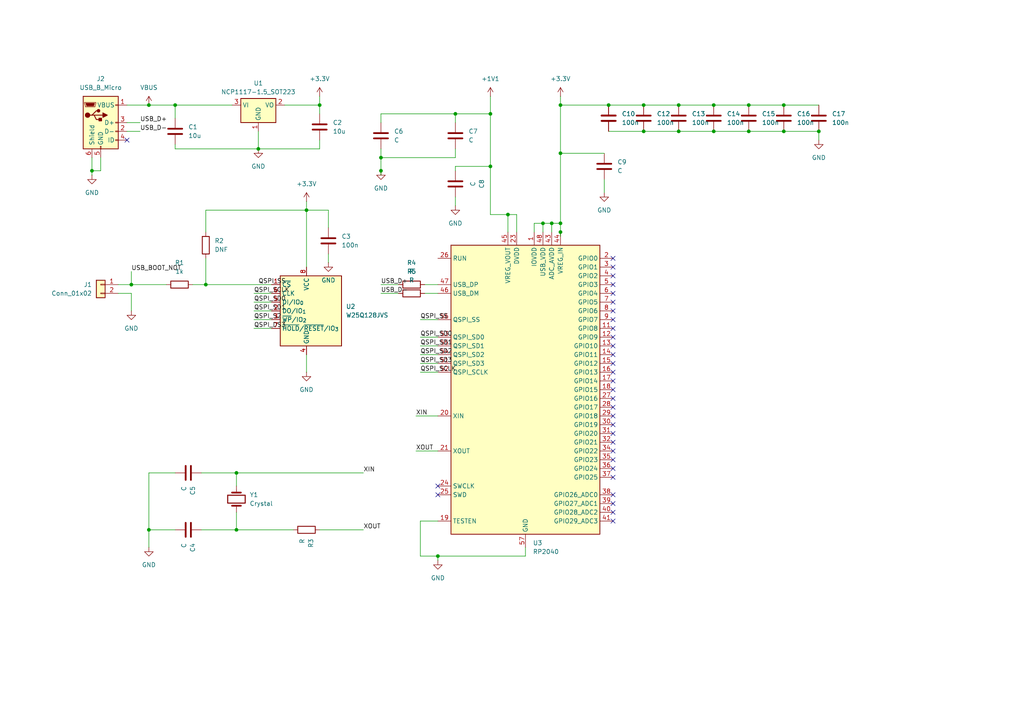
<source format=kicad_sch>
(kicad_sch (version 20250114) (generator "eeschema") (generator_version "9.0")
  (paper "A4")
  (lib_symbols
    (symbol "Connector:USB_B_Micro" (pin_names (offset 1.016))
      (property "Reference" "J" (at -5.08 11.43 0))
      (property "Value" "USB_B_Micro" (at -5.08 8.89 0))
      (symbol "USB_B_Micro_0_1"
        (rectangle (start -5.08 -7.62) (end 5.08 7.62) (stroke (width 0.254)) (fill (type background)))
        (polyline (pts (xy -4.699 5.842) (xy -4.699 5.588) (xy -4.445 4.826) (xy -4.445 4.572) (xy -1.651 4.572) (xy -1.651 4.826) (xy -1.397 5.588) (xy -1.397 5.842) (xy -4.699 5.842)))
        (polyline (pts (xy -4.318 5.588) (xy -1.778 5.588) (xy -2.032 4.826) (xy -4.064 4.826) (xy -4.318 5.588)) (fill (type outline)))
        (circle (center -3.81 2.159) (radius 0.635) (stroke (width 0.254)) (fill (type outline)))
        (polyline (pts (xy -3.175 2.159) (xy -2.54 2.159) (xy -1.27 3.429) (xy -0.635 3.429)) (stroke (width 0.254)))
        (polyline (pts (xy -2.54 2.159) (xy -1.905 2.159) (xy -1.27 0.889) (xy 0 0.889)) (stroke (width 0.254)))
        (polyline (pts (xy -1.905 2.159) (xy 0.635 2.159)) (stroke (width 0.254)))
        (circle (center -0.635 3.429) (radius 0.381) (stroke (width 0.254)) (fill (type outline)))
        (rectangle (start -0.127 -7.62) (end 0.127 -6.858))
        (rectangle (start 0.254 1.27) (end -0.508 0.508) (stroke (width 0.254)) (fill (type outline)))
        (polyline (pts (xy 0.635 2.794) (xy 0.635 1.524) (xy 1.905 2.159) (xy 0.635 2.794)) (stroke (width 0.254)) (fill (type outline)))
        (rectangle (start 5.08 4.953) (end 4.318 5.207))
        (rectangle (start 5.08 -0.127) (end 4.318 0.127))
        (rectangle (start 5.08 -2.667) (end 4.318 -2.413))
        (rectangle (start 5.08 -5.207) (end 4.318 -4.953))
      )
      (symbol "USB_B_Micro_1_1"
        (pin passive line (at -2.54 -10.16 90) (length 2.54) (name "Shield") (number "6"))
        (pin power_out line (at 0 -10.16 90) (length 2.54) (name "GND") (number "5"))
        (pin power_out line (at 7.62 5.08 180) (length 2.54) (name "VBUS") (number "1"))
        (pin bidirectional line (at 7.62 0 180) (length 2.54) (name "D+") (number "3"))
        (pin bidirectional line (at 7.62 -2.54 180) (length 2.54) (name "D-") (number "2"))
        (pin passive line (at 7.62 -5.08 180) (length 2.54) (name "ID") (number "4"))
      )
    )
    (symbol "Connector_Generic:Conn_01x02" (pin_names (offset 1.016) (hide yes))
      (property "Reference" "J" (at 0 2.54 0))
      (property "Value" "Conn_01x02" (at 0 -5.08 0))
      (symbol "Conn_01x02_1_1"
        (rectangle (start -1.27 1.27) (end 1.27 -3.81) (stroke (width 0.254)) (fill (type background)))
        (rectangle (start -1.27 0.127) (end 0 -0.127) (stroke (width 0.1524)))
        (rectangle (start -1.27 -2.413) (end 0 -2.667) (stroke (width 0.1524)))
        (pin passive line (at -5.08 0 0) (length 3.81) (name "Pin_1") (number "1"))
        (pin passive line (at -5.08 -2.54 0) (length 3.81) (name "Pin_2") (number "2"))
      )
    )
    (symbol "Device:C" (pin_numbers (hide yes)) (pin_names (offset 0.254))
      (property "Reference" "C" (at 0.635 2.54 0))
      (property "Value" "C" (at 0.635 -2.54 0))
      (symbol "C_0_1"
        (polyline (pts (xy -2.032 0.762) (xy 2.032 0.762)) (stroke (width 0.508)))
        (polyline (pts (xy -2.032 -0.762) (xy 2.032 -0.762)) (stroke (width 0.508)))
      )
      (symbol "C_1_1"
        (pin passive line (at 0 3.81 270) (length 2.794) (name "~") (number "1"))
        (pin passive line (at 0 -3.81 90) (length 2.794) (name "~") (number "2"))
      )
    )
    (symbol "Device:Crystal" (pin_numbers (hide yes)) (pin_names (offset 1.016) (hide yes))
      (property "Reference" "Y" (at 0 3.81 0))
      (property "Value" "Crystal" (at 0 -3.81 0))
      (symbol "Crystal_0_1"
        (polyline (pts (xy -2.54 0) (xy -1.905 0)))
        (polyline (pts (xy -1.905 -1.27) (xy -1.905 1.27)) (stroke (width 0.508)))
        (rectangle (start -1.143 2.54) (end 1.143 -2.54) (stroke (width 0.3048)))
        (polyline (pts (xy 1.905 -1.27) (xy 1.905 1.27)) (stroke (width 0.508)))
        (polyline (pts (xy 2.54 0) (xy 1.905 0)))
      )
      (symbol "Crystal_1_1"
        (pin passive line (at -3.81 0 0) (length 1.27) (name "1") (number "1"))
        (pin passive line (at 3.81 0 180) (length 1.27) (name "2") (number "2"))
      )
    )
    (symbol "Device:R" (pin_numbers (hide yes)) (pin_names (offset 0))
      (property "Reference" "R" (at 2.032 0 90))
      (property "Value" "R" (at 0 0 90))
      (symbol "R_0_1"
        (rectangle (start -1.016 -2.54) (end 1.016 2.54) (stroke (width 0.254)))
      )
      (symbol "R_1_1"
        (pin passive line (at 0 3.81 270) (length 1.27) (name "~") (number "1"))
        (pin passive line (at 0 -3.81 90) (length 1.27) (name "~") (number "2"))
      )
    )
    (symbol "MCU_RaspberryPi:RP2040"
      (property "Reference" "U" (at 17.78 45.72 0))
      (property "Value" "RP2040" (at 17.78 43.18 0))
      (symbol "RP2040_0_1"
        (rectangle (start -21.59 41.91) (end 21.59 -41.91) (stroke (width 0.254)) (fill (type background)))
      )
      (symbol "RP2040_1_1"
        (pin input line (at -25.4 38.1 0) (length 3.81) (name "RUN") (number "26"))
        (pin bidirectional line (at -25.4 30.48 0) (length 3.81) (name "USB_DP") (number "47"))
        (pin bidirectional line (at -25.4 27.94 0) (length 3.81) (name "USB_DM") (number "46"))
        (pin bidirectional line (at -25.4 20.32 0) (length 3.81) (name "QSPI_SS") (number "56"))
        (pin bidirectional line (at -25.4 15.24 0) (length 3.81) (name "QSPI_SD0") (number "53"))
        (pin bidirectional line (at -25.4 12.7 0) (length 3.81) (name "QSPI_SD1") (number "55"))
        (pin bidirectional line (at -25.4 10.16 0) (length 3.81) (name "QSPI_SD2") (number "54"))
        (pin bidirectional line (at -25.4 7.62 0) (length 3.81) (name "QSPI_SD3") (number "51"))
        (pin output line (at -25.4 5.08 0) (length 3.81) (name "QSPI_SCLK") (number "52"))
        (pin input line (at -25.4 -7.62 0) (length 3.81) (name "XIN") (number "20"))
        (pin passive line (at -25.4 -17.78 0) (length 3.81) (name "XOUT") (number "21"))
        (pin input line (at -25.4 -27.94 0) (length 3.81) (name "SWCLK") (number "24"))
        (pin bidirectional line (at -25.4 -30.48 0) (length 3.81) (name "SWD") (number "25"))
        (pin input line (at -25.4 -38.1 0) (length 3.81) (name "TESTEN") (number "19"))
        (pin power_out line (at -5.08 45.72 270) (length 3.81) (name "VREG_VOUT") (number "45"))
        (pin power_in line (at -2.54 45.72 270) (length 3.81) (name "DVDD") (number "23"))
        (pin passive line (at -2.54 45.72 270) (length 3.81) (hide yes) (name "DVDD") (number "50"))
        (pin power_in line (at 0 -45.72 90) (length 3.81) (name "GND") (number "57"))
        (pin power_in line (at 2.54 45.72 270) (length 3.81) (name "IOVDD") (number "1"))
        (pin passive line (at 2.54 45.72 270) (length 3.81) (hide yes) (name "IOVDD") (number "10"))
        (pin passive line (at 2.54 45.72 270) (length 3.81) (hide yes) (name "IOVDD") (number "22"))
        (pin passive line (at 2.54 45.72 270) (length 3.81) (hide yes) (name "IOVDD") (number "33"))
        (pin passive line (at 2.54 45.72 270) (length 3.81) (hide yes) (name "IOVDD") (number "42"))
        (pin passive line (at 2.54 45.72 270) (length 3.81) (hide yes) (name "IOVDD") (number "49"))
        (pin power_in line (at 5.08 45.72 270) (length 3.81) (name "USB_VDD") (number "48"))
        (pin power_in line (at 7.62 45.72 270) (length 3.81) (name "ADC_AVDD") (number "43"))
        (pin power_in line (at 10.16 45.72 270) (length 3.81) (name "VREG_IN") (number "44"))
        (pin bidirectional line (at 25.4 38.1 180) (length 3.81) (name "GPIO0") (number "2"))
        (pin bidirectional line (at 25.4 35.56 180) (length 3.81) (name "GPIO1") (number "3"))
        (pin bidirectional line (at 25.4 33.02 180) (length 3.81) (name "GPIO2") (number "4"))
        (pin bidirectional line (at 25.4 30.48 180) (length 3.81) (name "GPIO3") (number "5"))
        (pin bidirectional line (at 25.4 27.94 180) (length 3.81) (name "GPIO4") (number "6"))
        (pin bidirectional line (at 25.4 25.4 180) (length 3.81) (name "GPIO5") (number "7"))
        (pin bidirectional line (at 25.4 22.86 180) (length 3.81) (name "GPIO6") (number "8"))
        (pin bidirectional line (at 25.4 20.32 180) (length 3.81) (name "GPIO7") (number "9"))
        (pin bidirectional line (at 25.4 17.78 180) (length 3.81) (name "GPIO8") (number "11"))
        (pin bidirectional line (at 25.4 15.24 180) (length 3.81) (name "GPIO9") (number "12"))
        (pin bidirectional line (at 25.4 12.7 180) (length 3.81) (name "GPIO10") (number "13"))
        (pin bidirectional line (at 25.4 10.16 180) (length 3.81) (name "GPIO11") (number "14"))
        (pin bidirectional line (at 25.4 7.62 180) (length 3.81) (name "GPIO12") (number "15"))
        (pin bidirectional line (at 25.4 5.08 180) (length 3.81) (name "GPIO13") (number "16"))
        (pin bidirectional line (at 25.4 2.54 180) (length 3.81) (name "GPIO14") (number "17"))
        (pin bidirectional line (at 25.4 0 180) (length 3.81) (name "GPIO15") (number "18"))
        (pin bidirectional line (at 25.4 -2.54 180) (length 3.81) (name "GPIO16") (number "27"))
        (pin bidirectional line (at 25.4 -5.08 180) (length 3.81) (name "GPIO17") (number "28"))
        (pin bidirectional line (at 25.4 -7.62 180) (length 3.81) (name "GPIO18") (number "29"))
        (pin bidirectional line (at 25.4 -10.16 180) (length 3.81) (name "GPIO19") (number "30"))
        (pin bidirectional line (at 25.4 -12.7 180) (length 3.81) (name "GPIO20") (number "31"))
        (pin bidirectional line (at 25.4 -15.24 180) (length 3.81) (name "GPIO21") (number "32"))
        (pin bidirectional line (at 25.4 -17.78 180) (length 3.81) (name "GPIO22") (number "34"))
        (pin bidirectional line (at 25.4 -20.32 180) (length 3.81) (name "GPIO23") (number "35"))
        (pin bidirectional line (at 25.4 -22.86 180) (length 3.81) (name "GPIO24") (number "36"))
        (pin bidirectional line (at 25.4 -25.4 180) (length 3.81) (name "GPIO25") (number "37"))
        (pin bidirectional line (at 25.4 -30.48 180) (length 3.81) (name "GPIO26_ADC0") (number "38"))
        (pin bidirectional line (at 25.4 -33.02 180) (length 3.81) (name "GPIO27_ADC1") (number "39"))
        (pin bidirectional line (at 25.4 -35.56 180) (length 3.81) (name "GPIO28_ADC2") (number "40"))
        (pin bidirectional line (at 25.4 -38.1 180) (length 3.81) (name "GPIO29_ADC3") (number "41"))
      )
    )
    (symbol "Memory_Flash:W25Q128JVS"
      (property "Reference" "U" (at -6.35 11.43 0))
      (property "Value" "W25Q128JVS" (at 7.62 11.43 0))
      (symbol "W25Q128JVS_0_1"
        (rectangle (start -7.62 10.16) (end 10.16 -10.16) (stroke (width 0.254)) (fill (type background)))
      )
      (symbol "W25Q128JVS_1_1"
        (pin input line (at -10.16 7.62 0) (length 2.54) (name "~{CS}") (number "1"))
        (pin input line (at -10.16 5.08 0) (length 2.54) (name "CLK") (number "6"))
        (pin bidirectional line (at -10.16 2.54 0) (length 2.54) (name "DI/IO_{0}") (number "5"))
        (pin bidirectional line (at -10.16 0 0) (length 2.54) (name "DO/IO_{1}") (number "2"))
        (pin bidirectional line (at -10.16 -2.54 0) (length 2.54) (name "~{WP}/IO_{2}") (number "3"))
        (pin bidirectional line (at -10.16 -5.08 0) (length 2.54) (name "~{HOLD}/~{RESET}/IO_{3}") (number "7"))
        (pin power_in line (at 0 12.7 270) (length 2.54) (name "VCC") (number "8"))
        (pin power_in line (at 0 -12.7 90) (length 2.54) (name "GND") (number "4"))
      )
    )
    (symbol "Regulator_Linear:NCP1117-1.5_SOT223"
      (property "Reference" "U" (at -3.81 3.175 0))
      (property "Value" "NCP1117-1.5_SOT223" (at 0 3.175 0))
      (symbol "NCP1117-1.5_SOT223_0_1"
        (rectangle (start -5.08 -5.08) (end 5.08 1.905) (stroke (width 0.254)) (fill (type background)))
      )
      (symbol "NCP1117-1.5_SOT223_1_1"
        (pin power_in line (at -7.62 0 0) (length 2.54) (name "VI") (number "3"))
        (pin power_in line (at 0 -7.62 90) (length 2.54) (name "GND") (number "1"))
        (pin power_out line (at 7.62 0 180) (length 2.54) (name "VO") (number "2"))
      )
    )
    (symbol "power:+1V1" (power) (pin_numbers (hide yes)) (pin_names (offset 0) (hide yes))
      (property "Value" "+1V1" (at 0 3.556 0))
      (symbol "+1V1_0_1"
        (polyline (pts (xy -0.762 1.27) (xy 0 2.54)))
        (polyline (pts (xy 0 2.54) (xy 0.762 1.27)))
        (polyline (pts (xy 0 0) (xy 0 2.54)))
      )
      (symbol "+1V1_1_1"
        (pin power_in line (at 0 0 90) (length 0) (name "~") (number "1"))
      )
    )
    (symbol "power:+3.3V" (power) (pin_numbers (hide yes)) (pin_names (offset 0) (hide yes))
      (property "Value" "+3.3V" (at 0 3.556 0))
      (symbol "+3.3V_0_1"
        (polyline (pts (xy -0.762 1.27) (xy 0 2.54)))
        (polyline (pts (xy 0 2.54) (xy 0.762 1.27)))
        (polyline (pts (xy 0 0) (xy 0 2.54)))
      )
      (symbol "+3.3V_1_1"
        (pin power_in line (at 0 0 90) (length 0) (name "~") (number "1"))
      )
    )
    (symbol "power:GND" (power) (pin_numbers (hide yes)) (pin_names (offset 0) (hide yes))
      (property "Value" "GND" (at 0 -3.81 0))
      (symbol "GND_0_1"
        (polyline (pts (xy 0 0) (xy 0 -1.27) (xy 1.27 -1.27) (xy 0 -2.54) (xy -1.27 -1.27) (xy 0 -1.27)))
      )
      (symbol "GND_1_1"
        (pin power_in line (at 0 0 270) (length 0) (name "~") (number "1"))
      )
    )
    (symbol "power:VBUS" (power) (pin_numbers (hide yes)) (pin_names (offset 0) (hide yes))
      (property "Value" "VBUS" (at 0 3.556 0))
      (symbol "VBUS_0_1"
        (polyline (pts (xy -0.762 1.27) (xy 0 2.54)))
        (polyline (pts (xy 0 2.54) (xy 0.762 1.27)))
        (polyline (pts (xy 0 0) (xy 0 2.54)))
      )
      (symbol "VBUS_1_1"
        (pin power_in line (at 0 0 90) (length 0) (name "~") (number "1"))
      )
    )
  )
  (junction (at 157.48 64.77))
  (junction (at 59.69 82.55))
  (junction (at 186.69 30.48))
  (junction (at 92.71 30.48))
  (junction (at 217.17 30.48))
  (junction (at 74.93 43.18))
  (junction (at 162.56 44.45))
  (junction (at 227.33 30.48))
  (junction (at 160.02 64.77))
  (junction (at 142.24 48.26))
  (junction (at 43.18 30.48))
  (junction (at 110.49 45.72))
  (junction (at 186.69 38.1))
  (junction (at 26.67 49.53))
  (junction (at 88.9 60.96))
  (junction (at 196.85 38.1))
  (junction (at 162.56 67.31))
  (junction (at 132.08 33.02))
  (junction (at 217.17 38.1))
  (junction (at 50.8 30.48))
  (junction (at 196.85 30.48))
  (junction (at 110.49 49.53))
  (junction (at 207.01 30.48))
  (junction (at 176.53 30.48))
  (junction (at 68.58 137.16))
  (junction (at 207.01 38.1))
  (junction (at 38.1 82.55))
  (junction (at 68.58 153.67))
  (junction (at 162.56 64.77))
  (junction (at 43.18 153.67))
  (junction (at 147.32 62.23))
  (junction (at 237.49 38.1))
  (junction (at 227.33 38.1))
  (junction (at 127 161.29))
  (junction (at 142.24 33.02))
  (junction (at 162.56 30.48))
  (no_connect (at 177.8 85.09))
  (no_connect (at 177.8 146.05))
  (no_connect (at 177.8 125.73))
  (no_connect (at 177.8 74.93))
  (no_connect (at 177.8 87.63))
  (no_connect (at 177.8 92.71))
  (no_connect (at 177.8 77.47))
  (no_connect (at 177.8 95.25))
  (no_connect (at 177.8 107.95))
  (no_connect (at 177.8 148.59))
  (no_connect (at 177.8 143.51))
  (no_connect (at 177.8 90.17))
  (no_connect (at 177.8 138.43))
  (no_connect (at 177.8 151.13))
  (no_connect (at 177.8 133.35))
  (no_connect (at 177.8 135.89))
  (no_connect (at 177.8 113.03))
  (no_connect (at 177.8 123.19))
  (no_connect (at 177.8 80.01))
  (no_connect (at 177.8 82.55))
  (no_connect (at 177.8 102.87))
  (no_connect (at 177.8 97.79))
  (no_connect (at 127 143.51))
  (no_connect (at 177.8 128.27))
  (no_connect (at 177.8 118.11))
  (no_connect (at 177.8 130.81))
  (no_connect (at 177.8 120.65))
  (no_connect (at 127 140.97))
  (no_connect (at 177.8 115.57))
  (no_connect (at 177.8 100.33))
  (no_connect (at 177.8 110.49))
  (no_connect (at 177.8 105.41))
  (no_connect (at 36.83 40.64))
  (wire (pts (xy 50.8 30.48) (xy 50.8 34.29)))
  (wire (pts (xy 120.65 120.65) (xy 127 120.65)))
  (wire (pts (xy 196.85 30.48) (xy 207.01 30.48)))
  (wire (pts (xy 36.83 38.1) (xy 40.64 38.1)))
  (wire (pts (xy 175.26 52.07) (xy 175.26 55.88)))
  (wire (pts (xy 123.19 82.55) (xy 127 82.55)))
  (wire (pts (xy 36.83 35.56) (xy 40.64 35.56)))
  (wire (pts (xy 110.49 82.55) (xy 115.57 82.55)))
  (wire (pts (xy 43.18 153.67) (xy 43.18 137.16)))
  (wire (pts (xy 121.92 102.87) (xy 127 102.87)))
  (wire (pts (xy 217.17 38.1) (xy 227.33 38.1)))
  (wire (pts (xy 74.93 43.18) (xy 92.71 43.18)))
  (wire (pts (xy 43.18 30.48) (xy 50.8 30.48)))
  (wire (pts (xy 147.32 62.23) (xy 142.24 62.23)))
  (wire (pts (xy 43.18 153.67) (xy 50.8 153.67)))
  (wire (pts (xy 186.69 30.48) (xy 196.85 30.48)))
  (wire (pts (xy 176.53 30.48) (xy 186.69 30.48)))
  (wire (pts (xy 110.49 85.09) (xy 115.57 85.09)))
  (wire (pts (xy 50.8 41.91) (xy 50.8 43.18)))
  (wire (pts (xy 142.24 48.26) (xy 132.08 48.26)))
  (wire (pts (xy 121.92 100.33) (xy 127 100.33)))
  (wire (pts (xy 217.17 30.48) (xy 227.33 30.48)))
  (wire (pts (xy 160.02 64.77) (xy 160.02 67.31)))
  (wire (pts (xy 74.93 43.18) (xy 50.8 43.18)))
  (wire (pts (xy 110.49 49.53) (xy 110.49 50.8)))
  (wire (pts (xy 132.08 57.15) (xy 132.08 59.69)))
  (wire (pts (xy 29.21 45.72) (xy 29.21 49.53)))
  (wire (pts (xy 142.24 62.23) (xy 142.24 48.26)))
  (wire (pts (xy 92.71 27.94) (xy 92.71 30.48)))
  (wire (pts (xy 157.48 64.77) (xy 160.02 64.77)))
  (wire (pts (xy 34.29 85.09) (xy 38.1 85.09)))
  (wire (pts (xy 152.4 158.75) (xy 152.4 161.29)))
  (wire (pts (xy 95.25 60.96) (xy 95.25 66.04)))
  (wire (pts (xy 147.32 62.23) (xy 147.32 67.31)))
  (wire (pts (xy 227.33 30.48) (xy 237.49 30.48)))
  (wire (pts (xy 121.92 107.95) (xy 127 107.95)))
  (wire (pts (xy 43.18 137.16) (xy 50.8 137.16)))
  (wire (pts (xy 50.8 30.48) (xy 67.31 30.48)))
  (wire (pts (xy 127 161.29) (xy 121.92 161.29)))
  (wire (pts (xy 73.66 85.09) (xy 78.74 85.09)))
  (wire (pts (xy 132.08 33.02) (xy 132.08 35.56)))
  (wire (pts (xy 88.9 102.87) (xy 88.9 107.95)))
  (wire (pts (xy 110.49 45.72) (xy 110.49 49.53)))
  (wire (pts (xy 68.58 137.16) (xy 68.58 140.97)))
  (wire (pts (xy 59.69 60.96) (xy 88.9 60.96)))
  (wire (pts (xy 36.83 30.48) (xy 43.18 30.48)))
  (wire (pts (xy 43.18 158.75) (xy 43.18 153.67)))
  (wire (pts (xy 162.56 64.77) (xy 162.56 67.31)))
  (wire (pts (xy 110.49 33.02) (xy 110.49 35.56)))
  (wire (pts (xy 186.69 38.1) (xy 196.85 38.1)))
  (wire (pts (xy 207.01 30.48) (xy 217.17 30.48)))
  (wire (pts (xy 59.69 74.93) (xy 59.69 82.55)))
  (wire (pts (xy 34.29 82.55) (xy 38.1 82.55)))
  (wire (pts (xy 121.92 92.71) (xy 127 92.71)))
  (wire (pts (xy 121.92 161.29) (xy 121.92 151.13)))
  (wire (pts (xy 152.4 161.29) (xy 127 161.29)))
  (wire (pts (xy 196.85 38.1) (xy 207.01 38.1)))
  (wire (pts (xy 162.56 30.48) (xy 176.53 30.48)))
  (wire (pts (xy 154.94 64.77) (xy 157.48 64.77)))
  (wire (pts (xy 127 161.29) (xy 127 162.56)))
  (wire (pts (xy 38.1 85.09) (xy 38.1 90.17)))
  (wire (pts (xy 121.92 105.41) (xy 127 105.41)))
  (wire (pts (xy 110.49 45.72) (xy 132.08 45.72)))
  (wire (pts (xy 132.08 33.02) (xy 110.49 33.02)))
  (wire (pts (xy 157.48 64.77) (xy 157.48 67.31)))
  (wire (pts (xy 149.86 67.31) (xy 149.86 62.23)))
  (wire (pts (xy 73.66 95.25) (xy 78.74 95.25)))
  (wire (pts (xy 123.19 85.09) (xy 127 85.09)))
  (wire (pts (xy 38.1 78.74) (xy 38.1 82.55)))
  (wire (pts (xy 74.93 38.1) (xy 74.93 43.18)))
  (wire (pts (xy 110.49 43.18) (xy 110.49 45.72)))
  (wire (pts (xy 142.24 48.26) (xy 142.24 33.02)))
  (wire (pts (xy 55.88 82.55) (xy 59.69 82.55)))
  (wire (pts (xy 58.42 153.67) (xy 68.58 153.67)))
  (wire (pts (xy 162.56 30.48) (xy 162.56 44.45)))
  (wire (pts (xy 88.9 60.96) (xy 95.25 60.96)))
  (wire (pts (xy 237.49 38.1) (xy 227.33 38.1)))
  (wire (pts (xy 38.1 82.55) (xy 48.26 82.55)))
  (wire (pts (xy 237.49 38.1) (xy 237.49 40.64)))
  (wire (pts (xy 121.92 97.79) (xy 127 97.79)))
  (wire (pts (xy 95.25 73.66) (xy 95.25 76.2)))
  (wire (pts (xy 73.66 92.71) (xy 78.74 92.71)))
  (wire (pts (xy 73.66 87.63) (xy 78.74 87.63)))
  (wire (pts (xy 176.53 38.1) (xy 186.69 38.1)))
  (wire (pts (xy 142.24 33.02) (xy 142.24 27.94)))
  (wire (pts (xy 162.56 27.94) (xy 162.56 30.48)))
  (wire (pts (xy 26.67 49.53) (xy 26.67 50.8)))
  (wire (pts (xy 142.24 33.02) (xy 132.08 33.02)))
  (wire (pts (xy 92.71 30.48) (xy 92.71 33.02)))
  (wire (pts (xy 88.9 58.42) (xy 88.9 60.96)))
  (wire (pts (xy 162.56 44.45) (xy 162.56 64.77)))
  (wire (pts (xy 82.55 30.48) (xy 92.71 30.48)))
  (wire (pts (xy 207.01 38.1) (xy 217.17 38.1)))
  (wire (pts (xy 59.69 82.55) (xy 78.74 82.55)))
  (wire (pts (xy 59.69 67.31) (xy 59.69 60.96)))
  (wire (pts (xy 132.08 48.26) (xy 132.08 49.53)))
  (wire (pts (xy 132.08 45.72) (xy 132.08 43.18)))
  (wire (pts (xy 121.92 151.13) (xy 127 151.13)))
  (wire (pts (xy 154.94 67.31) (xy 154.94 64.77)))
  (wire (pts (xy 26.67 45.72) (xy 26.67 49.53)))
  (wire (pts (xy 162.56 44.45) (xy 175.26 44.45)))
  (wire (pts (xy 92.71 40.64) (xy 92.71 43.18)))
  (wire (pts (xy 73.66 90.17) (xy 78.74 90.17)))
  (wire (pts (xy 149.86 62.23) (xy 147.32 62.23)))
  (wire (pts (xy 68.58 148.59) (xy 68.58 153.67)))
  (wire (pts (xy 68.58 153.67) (xy 85.09 153.67)))
  (wire (pts (xy 92.71 153.67) (xy 105.41 153.67)))
  (wire (pts (xy 162.56 67.31) (xy 162.56 68.58)))
  (wire (pts (xy 160.02 64.77) (xy 162.56 64.77)))
  (wire (pts (xy 58.42 137.16) (xy 68.58 137.16)))
  (wire (pts (xy 29.21 49.53) (xy 26.67 49.53)))
  (wire (pts (xy 68.58 137.16) (xy 105.41 137.16)))
  (wire (pts (xy 120.65 130.81) (xy 127 130.81)))
  (wire (pts (xy 88.9 60.96) (xy 88.9 77.47)))
  (label "QSPI_SCLK" (at 121.92 107.95 0))
  (label "USB_D-" (at 110.49 85.09 0))
  (label "QSPI_SD2" (at 121.92 102.87 0))
  (label "QSPI_SD1" (at 121.92 100.33 0))
  (label "QSPI_DS3" (at 73.66 95.25 0))
  (label "QSPI_SCLK" (at 73.66 85.09 0))
  (label "XIN" (at 120.65 120.65 0))
  (label "XOUT" (at 105.41 153.67 0))
  (label "USB_D-" (at 40.64 38.1 0))
  (label "QSPI_SD0" (at 73.66 87.63 0))
  (label "USB_BOOT_NOT" (at 38.1 78.74 0))
  (label "QSPI_SD0" (at 121.92 97.79 0))
  (label "QSPI_S2" (at 73.66 92.71 0))
  (label "QSPI_SD1" (at 73.66 90.17 0))
  (label "XIN" (at 105.41 137.16 0))
  (label "USB_D+" (at 40.64 35.56 0))
  (label "QSPI_SD3" (at 121.92 105.41 0))
  (label "XOUT" (at 120.65 130.81 0))
  (label "USB_D+" (at 110.49 82.55 0))
  (label "QSPI_SS" (at 74.93 82.55 0))
  (label "QSPI_SS" (at 121.92 92.71 0))
  (symbol (lib_id "power:+1V1") (at 142.24 27.94 0) (unit 1)
    (property "Reference" "#PWR012" (effects (hide yes)))
    (property "Value" "+1V1" (at 142.24 22.86 0))
    (property "Description" "Power symbol creates a global label with name \"+1V1\"" (effects (hide yes)))
  )
  (symbol (lib_id "power:GND") (at 127 162.56 0) (unit 1)
    (property "Reference" "#PWR016" (effects (hide yes)))
    (property "Value" "GND" (at 127 167.64 0))
    (property "Description" "Power symbol creates a global label with name \"GND\" , ground" (effects (hide yes)))
  )
  (symbol (lib_id "Device:C") (at 186.69 34.29 0) (unit 1)
    (property "Reference" "C12" (at 190.5 33.0199 0) (effects (justify left)))
    (property "Value" "100n" (at 190.5 35.5599 0) (effects (justify left)))
    (property "Description" "Unpolarized capacitor" (effects (hide yes)))
  )
  (symbol (lib_id "Device:C") (at 132.08 53.34 180) (unit 1)
    (property "Reference" "C8" (at 139.7 53.34 90))
    (property "Value" "C" (at 137.16 53.34 90))
    (property "Description" "Unpolarized capacitor" (effects (hide yes)))
  )
  (symbol (lib_id "Device:C") (at 132.08 39.37 0) (unit 1)
    (property "Reference" "C7" (at 135.89 38.0999 0) (effects (justify left)))
    (property "Value" "C" (at 135.89 40.6399 0) (effects (justify left)))
    (property "Description" "Unpolarized capacitor" (effects (hide yes)))
  )
  (symbol (lib_id "Device:C") (at 207.01 34.29 0) (unit 1)
    (property "Reference" "C14" (at 210.82 33.0199 0) (effects (justify left)))
    (property "Value" "100n" (at 210.82 35.5599 0) (effects (justify left)))
    (property "Description" "Unpolarized capacitor" (effects (hide yes)))
  )
  (symbol (lib_id "Device:R") (at 119.38 85.09 270) (unit 1)
    (property "Reference" "R5" (at 119.38 78.74 90))
    (property "Value" "R" (at 119.38 81.28 90))
    (property "Description" "Resistor" (effects (hide yes)))
  )
  (symbol (lib_id "power:GND") (at 175.26 55.88 0) (unit 1)
    (property "Reference" "#PWR013" (effects (hide yes)))
    (property "Value" "GND" (at 175.26 60.96 0))
    (property "Description" "Power symbol creates a global label with name \"GND\" , ground" (effects (hide yes)))
  )
  (symbol (lib_id "Device:C") (at 54.61 153.67 270) (unit 1)
    (property "Reference" "C4" (at 55.8801 157.48 0) (effects (justify left)))
    (property "Value" "C" (at 53.3401 157.48 0) (effects (justify left)))
    (property "Description" "Unpolarized capacitor" (effects (hide yes)))
  )
  (symbol (lib_id "power:GND") (at 38.1 90.17 0) (unit 1)
    (property "Reference" "#PWR05" (effects (hide yes)))
    (property "Value" "GND" (at 38.1 95.25 0))
    (property "Description" "Power symbol creates a global label with name \"GND\" , ground" (effects (hide yes)))
  )
  (symbol (lib_id "Device:C") (at 196.85 34.29 0) (unit 1)
    (property "Reference" "C13" (at 200.66 33.0199 0) (effects (justify left)))
    (property "Value" "100n" (at 200.66 35.5599 0) (effects (justify left)))
    (property "Description" "Unpolarized capacitor" (effects (hide yes)))
  )
  (symbol (lib_id "Device:R") (at 59.69 71.12 0) (unit 1)
    (property "Reference" "R2" (at 62.23 69.8499 0) (effects (justify left)))
    (property "Value" "DNF" (at 62.23 72.3899 0) (effects (justify left)))
    (property "Description" "Resistor" (effects (hide yes)))
  )
  (symbol (lib_id "Device:C") (at 237.49 34.29 0) (unit 1)
    (property "Reference" "C17" (at 241.3 33.0199 0) (effects (justify left)))
    (property "Value" "100n" (at 241.3 35.5599 0) (effects (justify left)))
    (property "Description" "Unpolarized capacitor" (effects (hide yes)))
  )
  (symbol (lib_id "Connector:USB_B_Micro") (at 29.21 35.56 0) (unit 1)
    (property "Reference" "J2" (at 29.21 22.86 0))
    (property "Value" "USB_B_Micro" (at 29.21 25.4 0))
    (property "Description" "USB Micro Type B connector" (effects (hide yes)))
  )
  (symbol (lib_id "Device:C") (at 54.61 137.16 270) (unit 1)
    (property "Reference" "C5" (at 55.8801 140.97 0) (effects (justify left)))
    (property "Value" "C" (at 53.3401 140.97 0) (effects (justify left)))
    (property "Description" "Unpolarized capacitor" (effects (hide yes)))
  )
  (symbol (lib_id "Device:Crystal") (at 68.58 144.78 90) (unit 1)
    (property "Reference" "Y1" (at 72.39 143.5099 90) (effects (justify right)))
    (property "Value" "Crystal" (at 72.39 146.0499 90) (effects (justify right)))
    (property "Description" "Two pin crystal" (effects (hide yes)))
  )
  (symbol (lib_id "power:GND") (at 88.9 107.95 0) (unit 1)
    (property "Reference" "#PWR08" (effects (hide yes)))
    (property "Value" "GND" (at 88.9 113.03 0))
    (property "Description" "Power symbol creates a global label with name \"GND\" , ground" (effects (hide yes)))
  )
  (symbol (lib_id "Device:C") (at 50.8 38.1 0) (unit 1)
    (property "Reference" "C1" (at 54.61 36.8299 0) (effects (justify left)))
    (property "Value" "10u" (at 54.61 39.3699 0) (effects (justify left)))
    (property "Description" "Unpolarized capacitor" (effects (hide yes)))
  )
  (symbol (lib_id "power:GND") (at 43.18 158.75 0) (unit 1)
    (property "Reference" "#PWR09" (effects (hide yes)))
    (property "Value" "GND" (at 43.18 163.83 0))
    (property "Description" "Power symbol creates a global label with name \"GND\" , ground" (effects (hide yes)))
  )
  (symbol (lib_id "power:GND") (at 110.49 49.53 0) (unit 1)
    (property "Reference" "#PWR010" (effects (hide yes)))
    (property "Value" "GND" (at 110.49 54.61 0))
    (property "Description" "Power symbol creates a global label with name \"GND\" , ground" (effects (hide yes)))
  )
  (symbol (lib_id "power:GND") (at 26.67 50.8 0) (unit 1)
    (property "Reference" "#PWR02" (effects (hide yes)))
    (property "Value" "GND" (at 26.67 55.88 0))
    (property "Description" "Power symbol creates a global label with name \"GND\" , ground" (effects (hide yes)))
  )
  (symbol (lib_id "Device:C") (at 95.25 69.85 0) (unit 1)
    (property "Reference" "C3" (at 99.06 68.5799 0) (effects (justify left)))
    (property "Value" "100n" (at 99.06 71.1199 0) (effects (justify left)))
    (property "Description" "Unpolarized capacitor" (effects (hide yes)))
  )
  (symbol (lib_id "power:+3.3V") (at 162.56 27.94 0) (unit 1)
    (property "Reference" "#PWR014" (effects (hide yes)))
    (property "Value" "+3.3V" (at 162.56 22.86 0))
    (property "Description" "Power symbol creates a global label with name \"+3.3V\"" (effects (hide yes)))
  )
  (symbol (lib_id "Device:R") (at 52.07 82.55 270) (unit 1)
    (property "Reference" "R1" (at 52.07 76.2 90))
    (property "Value" "1k" (at 52.07 78.74 90))
    (property "Description" "Resistor" (effects (hide yes)))
  )
  (symbol (lib_id "Connector_Generic:Conn_01x02") (at 29.21 82.55 0) (mirror y) (unit 1)
    (property "Reference" "J1" (at 26.67 82.5499 0) (effects (justify left)))
    (property "Value" "Conn_01x02" (at 26.67 85.0899 0) (effects (justify left)))
    (property "Description" "Generic connector, single row, 01x02, script generated (kicad-library-utils/schlib/autogen/connector/)" (effects (hide yes)))
  )
  (symbol (lib_id "Device:C") (at 227.33 34.29 0) (unit 1)
    (property "Reference" "C16" (at 231.14 33.0199 0) (effects (justify left)))
    (property "Value" "100n" (at 231.14 35.5599 0) (effects (justify left)))
    (property "Description" "Unpolarized capacitor" (effects (hide yes)))
  )
  (symbol (lib_id "power:VBUS") (at 43.18 30.48 0) (unit 1)
    (property "Reference" "#PWR01" (effects (hide yes)))
    (property "Value" "VBUS" (at 43.18 25.4 0))
    (property "Description" "Power symbol creates a global label with name \"VBUS\"" (effects (hide yes)))
  )
  (symbol (lib_id "power:GND") (at 74.93 43.18 0) (unit 1)
    (property "Reference" "#PWR03" (effects (hide yes)))
    (property "Value" "GND" (at 74.93 48.26 0))
    (property "Description" "Power symbol creates a global label with name \"GND\" , ground" (effects (hide yes)))
  )
  (symbol (lib_id "Device:C") (at 92.71 36.83 0) (unit 1)
    (property "Reference" "C2" (at 96.52 35.5599 0) (effects (justify left)))
    (property "Value" "10u" (at 96.52 38.0999 0) (effects (justify left)))
    (property "Description" "Unpolarized capacitor" (effects (hide yes)))
  )
  (symbol (lib_id "Device:C") (at 176.53 34.29 0) (unit 1)
    (property "Reference" "C10" (at 180.34 33.0199 0) (effects (justify left)))
    (property "Value" "100n" (at 180.34 35.5599 0) (effects (justify left)))
    (property "Description" "Unpolarized capacitor" (effects (hide yes)))
  )
  (symbol (lib_id "power:+3.3V") (at 92.71 27.94 0) (unit 1)
    (property "Reference" "#PWR04" (effects (hide yes)))
    (property "Value" "+3.3V" (at 92.71 22.86 0))
    (property "Description" "Power symbol creates a global label with name \"+3.3V\"" (effects (hide yes)))
  )
  (symbol (lib_id "power:GND") (at 132.08 59.69 0) (unit 1)
    (property "Reference" "#PWR011" (effects (hide yes)))
    (property "Value" "GND" (at 132.08 64.77 0))
    (property "Description" "Power symbol creates a global label with name \"GND\" , ground" (effects (hide yes)))
  )
  (symbol (lib_id "Device:C") (at 176.53 34.29 0) (unit 1)
    (property "Reference" "C11" (effects (hide yes)))
    (property "Value" "C" (effects (hide yes)))
    (property "Description" "Unpolarized capacitor" (effects (hide yes)))
  )
  (symbol (lib_id "Device:R") (at 88.9 153.67 270) (unit 1)
    (property "Reference" "R3" (at 90.1701 156.21 0) (effects (justify left)))
    (property "Value" "R" (at 87.6301 156.21 0) (effects (justify left)))
    (property "Description" "Resistor" (effects (hide yes)))
  )
  (symbol (lib_id "MCU_RaspberryPi:RP2040") (at 152.4 113.03 0) (unit 1)
    (property "Reference" "U3" (at 154.5433 157.48 0) (effects (justify left)))
    (property "Value" "RP2040" (at 154.5433 160.02 0) (effects (justify left)))
    (property "Footprint" "Package_DFN_QFN:QFN-56-1EP_7x7mm_P0.4mm_EP3.2x3.2mm" (effects (hide yes)))
    (property "Datasheet" "https://datasheets.raspberrypi.com/rp2040/rp2040-datasheet.pdf" (effects (hide yes)))
    (property "Description" "A microcontroller by Raspberry Pi" (effects (hide yes)))
  )
  (symbol (lib_id "Memory_Flash:W25Q128JVS") (at 88.9 90.17 0) (unit 1)
    (property "Reference" "U2" (at 100.33 88.8999 0) (effects (justify left)))
    (property "Value" "W25Q128JVS" (at 100.33 91.4399 0) (effects (justify left)))
    (property "Footprint" "Package_SO:SOIC-8_5.3x5.3mm_P1.27mm" (effects (hide yes)))
    (property "Datasheet" "https://www.winbond.com/resource-files/w25q128jv_dtr%20revc%2003272018%20plus.pdf" (effects (hide yes)))
    (property "Description" "128Mbit / 16MiB Serial Flash Memory, Standard/Dual/Quad SPI, 2.7-3.6V, SOIC-8" (effects (hide yes)))
  )
  (symbol (lib_id "Device:R") (at 119.38 82.55 270) (unit 1)
    (property "Reference" "R4" (at 119.38 76.2 90))
    (property "Value" "R" (at 119.38 78.74 90))
    (property "Description" "Resistor" (effects (hide yes)))
  )
  (symbol (lib_id "Regulator_Linear:NCP1117-1.5_SOT223") (at 74.93 30.48 0) (unit 1)
    (property "Reference" "U1" (at 74.93 24.13 0))
    (property "Value" "NCP1117-1.5_SOT223" (at 74.93 26.67 0))
    (property "Footprint" "Package_TO_SOT_SMD:SOT-223-3_TabPin2" (effects (hide yes)))
    (property "Datasheet" "http://www.onsemi.com/pub_link/Collateral/NCP1117-D.PDF" (effects (hide yes)))
    (property "Description" "1A Low drop-out regulator, Fixed Output 1.5V, SOT-223" (effects (hide yes)))
  )
  (symbol (lib_id "Device:C") (at 217.17 34.29 0) (unit 1)
    (property "Reference" "C15" (at 220.98 33.0199 0) (effects (justify left)))
    (property "Value" "100n" (at 220.98 35.5599 0) (effects (justify left)))
    (property "Description" "Unpolarized capacitor" (effects (hide yes)))
  )
  (symbol (lib_id "Device:C") (at 175.26 48.26 0) (unit 1)
    (property "Reference" "C9" (at 179.07 46.9899 0) (effects (justify left)))
    (property "Value" "C" (at 179.07 49.5299 0) (effects (justify left)))
    (property "Description" "Unpolarized capacitor" (effects (hide yes)))
  )
  (symbol (lib_id "Device:C") (at 110.49 39.37 0) (unit 1)
    (property "Reference" "C6" (at 114.3 38.0999 0) (effects (justify left)))
    (property "Value" "C" (at 114.3 40.6399 0) (effects (justify left)))
    (property "Description" "Unpolarized capacitor" (effects (hide yes)))
  )
  (symbol (lib_id "power:GND") (at 237.49 40.64 0) (unit 1)
    (property "Reference" "#PWR015" (effects (hide yes)))
    (property "Value" "GND" (at 237.49 45.72 0))
    (property "Description" "Power symbol creates a global label with name \"GND\" , ground" (effects (hide yes)))
  )
  (symbol (lib_id "power:+3.3V") (at 88.9 58.42 0) (unit 1)
    (property "Reference" "#PWR07" (effects (hide yes)))
    (property "Value" "+3.3V" (at 88.9 53.34 0))
    (property "Description" "Power symbol creates a global label with name \"+3.3V\"" (effects (hide yes)))
  )
  (symbol (lib_id "power:GND") (at 95.25 76.2 0) (unit 1)
    (property "Reference" "#PWR06" (effects (hide yes)))
    (property "Value" "GND" (at 95.25 81.28 0))
    (property "Description" "Power symbol creates a global label with name \"GND\" , ground" (effects (hide yes)))
  )
)
</source>
